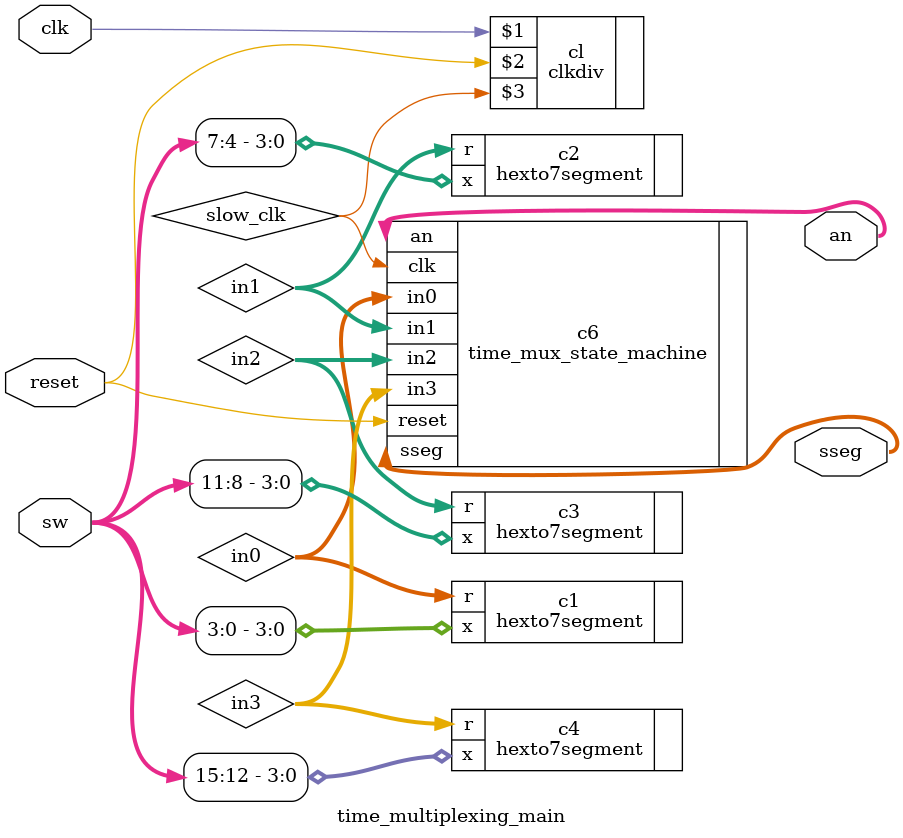
<source format=v>
`timescale 1ns / 1ps


module time_multiplexing_main(
    input clk,
    input reset,
    input [15:0] sw,
    output [3:0] an,
    output [6:0] sseg
    );
    
    wire [6:0] in0, in1, in2, in3;
    wire slow_clk;
    
    hexto7segment c1 (.x(sw[3:0]), .r(in0));
    hexto7segment c2 (.x(sw[7:4]), .r(in1));
    hexto7segment c3 (.x(sw[11:8]), .r(in2));
    hexto7segment c4 (.x(sw[15:12]), .r(in3));
    
    clkdiv cl(clk, reset, slow_clk);
    
    
    time_mux_state_machine c6(
        .clk (slow_clk),
        .reset (reset),
        .in0 (in0),
        .in1 (in1),
        .in2 (in2),
        .in3 (in3),
        .an (an),
        .sseg (sseg));
endmodule

</source>
